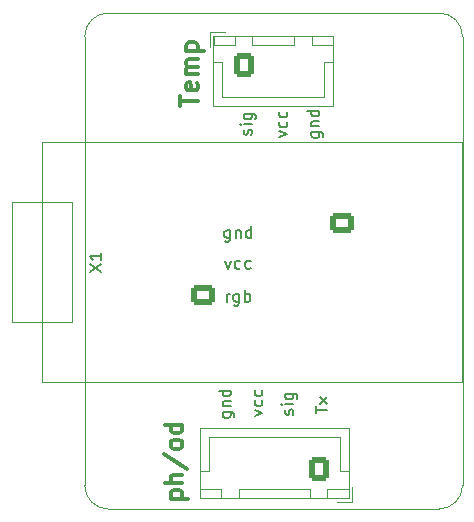
<source format=gto>
%TF.GenerationSoftware,KiCad,Pcbnew,6.0.1-79c1e3a40b~116~ubuntu20.04.1*%
%TF.CreationDate,2022-02-07T15:26:07-03:00*%
%TF.ProjectId,v_simple,765f7369-6d70-46c6-952e-6b696361645f,rev?*%
%TF.SameCoordinates,Original*%
%TF.FileFunction,Legend,Top*%
%TF.FilePolarity,Positive*%
%FSLAX46Y46*%
G04 Gerber Fmt 4.6, Leading zero omitted, Abs format (unit mm)*
G04 Created by KiCad (PCBNEW 6.0.1-79c1e3a40b~116~ubuntu20.04.1) date 2022-02-07 15:26:07*
%MOMM*%
%LPD*%
G01*
G04 APERTURE LIST*
G04 Aperture macros list*
%AMRoundRect*
0 Rectangle with rounded corners*
0 $1 Rounding radius*
0 $2 $3 $4 $5 $6 $7 $8 $9 X,Y pos of 4 corners*
0 Add a 4 corners polygon primitive as box body*
4,1,4,$2,$3,$4,$5,$6,$7,$8,$9,$2,$3,0*
0 Add four circle primitives for the rounded corners*
1,1,$1+$1,$2,$3*
1,1,$1+$1,$4,$5*
1,1,$1+$1,$6,$7*
1,1,$1+$1,$8,$9*
0 Add four rect primitives between the rounded corners*
20,1,$1+$1,$2,$3,$4,$5,0*
20,1,$1+$1,$4,$5,$6,$7,0*
20,1,$1+$1,$6,$7,$8,$9,0*
20,1,$1+$1,$8,$9,$2,$3,0*%
G04 Aperture macros list end*
%ADD10C,0.150000*%
%TA.AperFunction,Profile*%
%ADD11C,0.100000*%
%TD*%
%ADD12C,0.300000*%
%ADD13C,0.120000*%
%ADD14O,1.950000X1.700000*%
%ADD15RoundRect,0.250000X0.725000X-0.600000X0.725000X0.600000X-0.725000X0.600000X-0.725000X-0.600000X0*%
%ADD16RoundRect,0.250000X0.600000X0.725000X-0.600000X0.725000X-0.600000X-0.725000X0.600000X-0.725000X0*%
%ADD17O,1.700000X1.950000*%
%ADD18O,1.800000X2.400000*%
%ADD19RoundRect,0.250000X-0.600000X-0.725000X0.600000X-0.725000X0.600000X0.725000X-0.600000X0.725000X0*%
%ADD20RoundRect,0.250000X-0.725000X0.600000X-0.725000X-0.600000X0.725000X-0.600000X0.725000X0.600000X0*%
G04 APERTURE END LIST*
D10*
X103552380Y-91890476D02*
X103552380Y-91319047D01*
X104552380Y-91604761D02*
X103552380Y-91604761D01*
X104552380Y-91080952D02*
X103885714Y-90557142D01*
X103885714Y-91080952D02*
X104552380Y-90557142D01*
D11*
X86000000Y-58000000D02*
X114000000Y-58000000D01*
X114000000Y-100000000D02*
X86000000Y-100000000D01*
X116000000Y-60000000D02*
G75*
G03*
X114000000Y-58000000I-1999999J1D01*
G01*
X84000000Y-98000000D02*
X84000000Y-60000000D01*
X116000000Y-98000000D02*
X116000000Y-60000000D01*
X84000000Y-98000000D02*
G75*
G03*
X86000000Y-100000000I1999999J-1D01*
G01*
X114000000Y-100000000D02*
G75*
G03*
X116000000Y-98000000I1J1999999D01*
G01*
X86000000Y-58000000D02*
G75*
G03*
X84000000Y-60000000I-1J-1999999D01*
G01*
D10*
X96309523Y-76385714D02*
X96309523Y-77195238D01*
X96261904Y-77290476D01*
X96214285Y-77338095D01*
X96119047Y-77385714D01*
X95976190Y-77385714D01*
X95880952Y-77338095D01*
X96309523Y-77004761D02*
X96214285Y-77052380D01*
X96023809Y-77052380D01*
X95928571Y-77004761D01*
X95880952Y-76957142D01*
X95833333Y-76861904D01*
X95833333Y-76576190D01*
X95880952Y-76480952D01*
X95928571Y-76433333D01*
X96023809Y-76385714D01*
X96214285Y-76385714D01*
X96309523Y-76433333D01*
X96785714Y-76385714D02*
X96785714Y-77052380D01*
X96785714Y-76480952D02*
X96833333Y-76433333D01*
X96928571Y-76385714D01*
X97071428Y-76385714D01*
X97166666Y-76433333D01*
X97214285Y-76528571D01*
X97214285Y-77052380D01*
X98119047Y-77052380D02*
X98119047Y-76052380D01*
X98119047Y-77004761D02*
X98023809Y-77052380D01*
X97833333Y-77052380D01*
X97738095Y-77004761D01*
X97690476Y-76957142D01*
X97642857Y-76861904D01*
X97642857Y-76576190D01*
X97690476Y-76480952D01*
X97738095Y-76433333D01*
X97833333Y-76385714D01*
X98023809Y-76385714D01*
X98119047Y-76433333D01*
X101604761Y-92004761D02*
X101652380Y-91909523D01*
X101652380Y-91719047D01*
X101604761Y-91623809D01*
X101509523Y-91576190D01*
X101461904Y-91576190D01*
X101366666Y-91623809D01*
X101319047Y-91719047D01*
X101319047Y-91861904D01*
X101271428Y-91957142D01*
X101176190Y-92004761D01*
X101128571Y-92004761D01*
X101033333Y-91957142D01*
X100985714Y-91861904D01*
X100985714Y-91719047D01*
X101033333Y-91623809D01*
X101652380Y-91147619D02*
X100985714Y-91147619D01*
X100652380Y-91147619D02*
X100700000Y-91195238D01*
X100747619Y-91147619D01*
X100700000Y-91100000D01*
X100652380Y-91147619D01*
X100747619Y-91147619D01*
X100985714Y-90242857D02*
X101795238Y-90242857D01*
X101890476Y-90290476D01*
X101938095Y-90338095D01*
X101985714Y-90433333D01*
X101985714Y-90576190D01*
X101938095Y-90671428D01*
X101604761Y-90242857D02*
X101652380Y-90338095D01*
X101652380Y-90528571D01*
X101604761Y-90623809D01*
X101557142Y-90671428D01*
X101461904Y-90719047D01*
X101176190Y-90719047D01*
X101080952Y-90671428D01*
X101033333Y-90623809D01*
X100985714Y-90528571D01*
X100985714Y-90338095D01*
X101033333Y-90242857D01*
X96023809Y-82452380D02*
X96023809Y-81785714D01*
X96023809Y-81976190D02*
X96071428Y-81880952D01*
X96119047Y-81833333D01*
X96214285Y-81785714D01*
X96309523Y-81785714D01*
X97071428Y-81785714D02*
X97071428Y-82595238D01*
X97023809Y-82690476D01*
X96976190Y-82738095D01*
X96880952Y-82785714D01*
X96738095Y-82785714D01*
X96642857Y-82738095D01*
X97071428Y-82404761D02*
X96976190Y-82452380D01*
X96785714Y-82452380D01*
X96690476Y-82404761D01*
X96642857Y-82357142D01*
X96595238Y-82261904D01*
X96595238Y-81976190D01*
X96642857Y-81880952D01*
X96690476Y-81833333D01*
X96785714Y-81785714D01*
X96976190Y-81785714D01*
X97071428Y-81833333D01*
X97547619Y-82452380D02*
X97547619Y-81452380D01*
X97547619Y-81833333D02*
X97642857Y-81785714D01*
X97833333Y-81785714D01*
X97928571Y-81833333D01*
X97976190Y-81880952D01*
X98023809Y-81976190D01*
X98023809Y-82261904D01*
X97976190Y-82357142D01*
X97928571Y-82404761D01*
X97833333Y-82452380D01*
X97642857Y-82452380D01*
X97547619Y-82404761D01*
X98104761Y-68304761D02*
X98152380Y-68209523D01*
X98152380Y-68019047D01*
X98104761Y-67923809D01*
X98009523Y-67876190D01*
X97961904Y-67876190D01*
X97866666Y-67923809D01*
X97819047Y-68019047D01*
X97819047Y-68161904D01*
X97771428Y-68257142D01*
X97676190Y-68304761D01*
X97628571Y-68304761D01*
X97533333Y-68257142D01*
X97485714Y-68161904D01*
X97485714Y-68019047D01*
X97533333Y-67923809D01*
X98152380Y-67447619D02*
X97485714Y-67447619D01*
X97152380Y-67447619D02*
X97200000Y-67495238D01*
X97247619Y-67447619D01*
X97200000Y-67400000D01*
X97152380Y-67447619D01*
X97247619Y-67447619D01*
X97485714Y-66542857D02*
X98295238Y-66542857D01*
X98390476Y-66590476D01*
X98438095Y-66638095D01*
X98485714Y-66733333D01*
X98485714Y-66876190D01*
X98438095Y-66971428D01*
X98104761Y-66542857D02*
X98152380Y-66638095D01*
X98152380Y-66828571D01*
X98104761Y-66923809D01*
X98057142Y-66971428D01*
X97961904Y-67019047D01*
X97676190Y-67019047D01*
X97580952Y-66971428D01*
X97533333Y-66923809D01*
X97485714Y-66828571D01*
X97485714Y-66638095D01*
X97533333Y-66542857D01*
D12*
X92078571Y-65850000D02*
X92078571Y-64992857D01*
X93578571Y-65421428D02*
X92078571Y-65421428D01*
X93507142Y-63921428D02*
X93578571Y-64064285D01*
X93578571Y-64350000D01*
X93507142Y-64492857D01*
X93364285Y-64564285D01*
X92792857Y-64564285D01*
X92650000Y-64492857D01*
X92578571Y-64350000D01*
X92578571Y-64064285D01*
X92650000Y-63921428D01*
X92792857Y-63850000D01*
X92935714Y-63850000D01*
X93078571Y-64564285D01*
X93578571Y-63207142D02*
X92578571Y-63207142D01*
X92721428Y-63207142D02*
X92650000Y-63135714D01*
X92578571Y-62992857D01*
X92578571Y-62778571D01*
X92650000Y-62635714D01*
X92792857Y-62564285D01*
X93578571Y-62564285D01*
X92792857Y-62564285D02*
X92650000Y-62492857D01*
X92578571Y-62350000D01*
X92578571Y-62135714D01*
X92650000Y-61992857D01*
X92792857Y-61921428D01*
X93578571Y-61921428D01*
X92578571Y-61207142D02*
X94078571Y-61207142D01*
X92650000Y-61207142D02*
X92578571Y-61064285D01*
X92578571Y-60778571D01*
X92650000Y-60635714D01*
X92721428Y-60564285D01*
X92864285Y-60492857D01*
X93292857Y-60492857D01*
X93435714Y-60564285D01*
X93507142Y-60635714D01*
X93578571Y-60778571D01*
X93578571Y-61064285D01*
X93507142Y-61207142D01*
D10*
X95904761Y-78985714D02*
X96142857Y-79652380D01*
X96380952Y-78985714D01*
X97190476Y-79604761D02*
X97095238Y-79652380D01*
X96904761Y-79652380D01*
X96809523Y-79604761D01*
X96761904Y-79557142D01*
X96714285Y-79461904D01*
X96714285Y-79176190D01*
X96761904Y-79080952D01*
X96809523Y-79033333D01*
X96904761Y-78985714D01*
X97095238Y-78985714D01*
X97190476Y-79033333D01*
X98047619Y-79604761D02*
X97952380Y-79652380D01*
X97761904Y-79652380D01*
X97666666Y-79604761D01*
X97619047Y-79557142D01*
X97571428Y-79461904D01*
X97571428Y-79176190D01*
X97619047Y-79080952D01*
X97666666Y-79033333D01*
X97761904Y-78985714D01*
X97952380Y-78985714D01*
X98047619Y-79033333D01*
X98385714Y-92095238D02*
X99052380Y-91857142D01*
X98385714Y-91619047D01*
X99004761Y-90809523D02*
X99052380Y-90904761D01*
X99052380Y-91095238D01*
X99004761Y-91190476D01*
X98957142Y-91238095D01*
X98861904Y-91285714D01*
X98576190Y-91285714D01*
X98480952Y-91238095D01*
X98433333Y-91190476D01*
X98385714Y-91095238D01*
X98385714Y-90904761D01*
X98433333Y-90809523D01*
X99004761Y-89952380D02*
X99052380Y-90047619D01*
X99052380Y-90238095D01*
X99004761Y-90333333D01*
X98957142Y-90380952D01*
X98861904Y-90428571D01*
X98576190Y-90428571D01*
X98480952Y-90380952D01*
X98433333Y-90333333D01*
X98385714Y-90238095D01*
X98385714Y-90047619D01*
X98433333Y-89952380D01*
X100485714Y-68495238D02*
X101152380Y-68257142D01*
X100485714Y-68019047D01*
X101104761Y-67209523D02*
X101152380Y-67304761D01*
X101152380Y-67495238D01*
X101104761Y-67590476D01*
X101057142Y-67638095D01*
X100961904Y-67685714D01*
X100676190Y-67685714D01*
X100580952Y-67638095D01*
X100533333Y-67590476D01*
X100485714Y-67495238D01*
X100485714Y-67304761D01*
X100533333Y-67209523D01*
X101104761Y-66352380D02*
X101152380Y-66447619D01*
X101152380Y-66638095D01*
X101104761Y-66733333D01*
X101057142Y-66780952D01*
X100961904Y-66828571D01*
X100676190Y-66828571D01*
X100580952Y-66780952D01*
X100533333Y-66733333D01*
X100485714Y-66638095D01*
X100485714Y-66447619D01*
X100533333Y-66352380D01*
D12*
X91278571Y-99142857D02*
X92778571Y-99142857D01*
X91350000Y-99142857D02*
X91278571Y-99000000D01*
X91278571Y-98714285D01*
X91350000Y-98571428D01*
X91421428Y-98500000D01*
X91564285Y-98428571D01*
X91992857Y-98428571D01*
X92135714Y-98500000D01*
X92207142Y-98571428D01*
X92278571Y-98714285D01*
X92278571Y-99000000D01*
X92207142Y-99142857D01*
X92278571Y-97785714D02*
X90778571Y-97785714D01*
X92278571Y-97142857D02*
X91492857Y-97142857D01*
X91350000Y-97214285D01*
X91278571Y-97357142D01*
X91278571Y-97571428D01*
X91350000Y-97714285D01*
X91421428Y-97785714D01*
X90707142Y-95357142D02*
X92635714Y-96642857D01*
X92278571Y-94642857D02*
X92207142Y-94785714D01*
X92135714Y-94857142D01*
X91992857Y-94928571D01*
X91564285Y-94928571D01*
X91421428Y-94857142D01*
X91350000Y-94785714D01*
X91278571Y-94642857D01*
X91278571Y-94428571D01*
X91350000Y-94285714D01*
X91421428Y-94214285D01*
X91564285Y-94142857D01*
X91992857Y-94142857D01*
X92135714Y-94214285D01*
X92207142Y-94285714D01*
X92278571Y-94428571D01*
X92278571Y-94642857D01*
X92278571Y-92857142D02*
X90778571Y-92857142D01*
X92207142Y-92857142D02*
X92278571Y-93000000D01*
X92278571Y-93285714D01*
X92207142Y-93428571D01*
X92135714Y-93500000D01*
X91992857Y-93571428D01*
X91564285Y-93571428D01*
X91421428Y-93500000D01*
X91350000Y-93428571D01*
X91278571Y-93285714D01*
X91278571Y-93000000D01*
X91350000Y-92857142D01*
D10*
X95685714Y-91790476D02*
X96495238Y-91790476D01*
X96590476Y-91838095D01*
X96638095Y-91885714D01*
X96685714Y-91980952D01*
X96685714Y-92123809D01*
X96638095Y-92219047D01*
X96304761Y-91790476D02*
X96352380Y-91885714D01*
X96352380Y-92076190D01*
X96304761Y-92171428D01*
X96257142Y-92219047D01*
X96161904Y-92266666D01*
X95876190Y-92266666D01*
X95780952Y-92219047D01*
X95733333Y-92171428D01*
X95685714Y-92076190D01*
X95685714Y-91885714D01*
X95733333Y-91790476D01*
X95685714Y-91314285D02*
X96352380Y-91314285D01*
X95780952Y-91314285D02*
X95733333Y-91266666D01*
X95685714Y-91171428D01*
X95685714Y-91028571D01*
X95733333Y-90933333D01*
X95828571Y-90885714D01*
X96352380Y-90885714D01*
X96352380Y-89980952D02*
X95352380Y-89980952D01*
X96304761Y-89980952D02*
X96352380Y-90076190D01*
X96352380Y-90266666D01*
X96304761Y-90361904D01*
X96257142Y-90409523D01*
X96161904Y-90457142D01*
X95876190Y-90457142D01*
X95780952Y-90409523D01*
X95733333Y-90361904D01*
X95685714Y-90266666D01*
X95685714Y-90076190D01*
X95733333Y-89980952D01*
X103185714Y-68090476D02*
X103995238Y-68090476D01*
X104090476Y-68138095D01*
X104138095Y-68185714D01*
X104185714Y-68280952D01*
X104185714Y-68423809D01*
X104138095Y-68519047D01*
X103804761Y-68090476D02*
X103852380Y-68185714D01*
X103852380Y-68376190D01*
X103804761Y-68471428D01*
X103757142Y-68519047D01*
X103661904Y-68566666D01*
X103376190Y-68566666D01*
X103280952Y-68519047D01*
X103233333Y-68471428D01*
X103185714Y-68376190D01*
X103185714Y-68185714D01*
X103233333Y-68090476D01*
X103185714Y-67614285D02*
X103852380Y-67614285D01*
X103280952Y-67614285D02*
X103233333Y-67566666D01*
X103185714Y-67471428D01*
X103185714Y-67328571D01*
X103233333Y-67233333D01*
X103328571Y-67185714D01*
X103852380Y-67185714D01*
X103852380Y-66280952D02*
X102852380Y-66280952D01*
X103804761Y-66280952D02*
X103852380Y-66376190D01*
X103852380Y-66566666D01*
X103804761Y-66661904D01*
X103757142Y-66709523D01*
X103661904Y-66757142D01*
X103376190Y-66757142D01*
X103280952Y-66709523D01*
X103233333Y-66661904D01*
X103185714Y-66566666D01*
X103185714Y-66376190D01*
X103233333Y-66280952D01*
X84422380Y-79909523D02*
X85422380Y-79242857D01*
X84422380Y-79242857D02*
X85422380Y-79909523D01*
X85422380Y-78338095D02*
X85422380Y-78909523D01*
X85422380Y-78623809D02*
X84422380Y-78623809D01*
X84565238Y-78719047D01*
X84660476Y-78814285D01*
X84708095Y-78909523D01*
D13*
X106360000Y-99085000D02*
X106360000Y-93115000D01*
X106360000Y-93115000D02*
X93740000Y-93115000D01*
X93740000Y-93115000D02*
X93740000Y-99085000D01*
X93740000Y-99085000D02*
X106360000Y-99085000D01*
X103050000Y-99075000D02*
X103050000Y-98325000D01*
X103050000Y-98325000D02*
X97050000Y-98325000D01*
X97050000Y-98325000D02*
X97050000Y-99075000D01*
X97050000Y-99075000D02*
X103050000Y-99075000D01*
X106350000Y-99075000D02*
X106350000Y-98325000D01*
X106350000Y-98325000D02*
X104550000Y-98325000D01*
X104550000Y-98325000D02*
X104550000Y-99075000D01*
X104550000Y-99075000D02*
X106350000Y-99075000D01*
X95550000Y-99075000D02*
X95550000Y-98325000D01*
X95550000Y-98325000D02*
X93750000Y-98325000D01*
X93750000Y-98325000D02*
X93750000Y-99075000D01*
X93750000Y-99075000D02*
X95550000Y-99075000D01*
X106350000Y-96825000D02*
X105600000Y-96825000D01*
X105600000Y-96825000D02*
X105600000Y-93875000D01*
X105600000Y-93875000D02*
X100050000Y-93875000D01*
X93750000Y-96825000D02*
X94500000Y-96825000D01*
X94500000Y-96825000D02*
X94500000Y-93875000D01*
X94500000Y-93875000D02*
X100050000Y-93875000D01*
X105400000Y-99375000D02*
X106650000Y-99375000D01*
X106650000Y-99375000D02*
X106650000Y-98125000D01*
X115950000Y-89260000D02*
X115950000Y-68940000D01*
X80390000Y-68940000D02*
X80390000Y-89260000D01*
X115950000Y-68940000D02*
X80390000Y-68940000D01*
X80390000Y-89260000D02*
X115950000Y-89260000D01*
X80390000Y-81640000D02*
X80390000Y-81640000D01*
X80390000Y-81640000D02*
X80390000Y-76560000D01*
X80390000Y-76560000D02*
X80390000Y-76560000D01*
X80390000Y-76560000D02*
X80390000Y-81640000D01*
X77850000Y-84180000D02*
X82930000Y-84180000D01*
X82930000Y-84180000D02*
X82930000Y-74020000D01*
X82930000Y-74020000D02*
X77850000Y-74020000D01*
X77850000Y-74020000D02*
X77850000Y-84180000D01*
X103210000Y-60675000D02*
X105010000Y-60675000D01*
X103210000Y-59925000D02*
X103210000Y-60675000D01*
X95660000Y-65125000D02*
X99960000Y-65125000D01*
X105020000Y-59915000D02*
X94900000Y-59915000D01*
X105010000Y-62175000D02*
X104260000Y-62175000D01*
X95860000Y-59625000D02*
X94610000Y-59625000D01*
X96710000Y-59925000D02*
X94910000Y-59925000D01*
X94900000Y-59915000D02*
X94900000Y-65885000D01*
X105020000Y-65885000D02*
X105020000Y-59915000D01*
X104260000Y-62175000D02*
X104260000Y-65125000D01*
X105010000Y-59925000D02*
X103210000Y-59925000D01*
X94610000Y-59625000D02*
X94610000Y-60875000D01*
X98210000Y-60675000D02*
X101710000Y-60675000D01*
X94910000Y-60675000D02*
X96710000Y-60675000D01*
X94910000Y-59925000D02*
X94910000Y-60675000D01*
X101710000Y-59925000D02*
X98210000Y-59925000D01*
X104260000Y-65125000D02*
X99960000Y-65125000D01*
X95660000Y-62175000D02*
X95660000Y-65125000D01*
X98210000Y-59925000D02*
X98210000Y-60675000D01*
X96710000Y-60675000D02*
X96710000Y-59925000D01*
X94900000Y-65885000D02*
X105020000Y-65885000D01*
X105010000Y-60675000D02*
X105010000Y-59925000D01*
X94910000Y-62175000D02*
X95660000Y-62175000D01*
X101710000Y-60675000D02*
X101710000Y-59925000D01*
%LPC*%
D14*
X94050000Y-76900000D03*
X94050000Y-79400000D03*
D15*
X94050000Y-81900000D03*
D16*
X103800000Y-96625000D03*
D17*
X101300000Y-96625000D03*
X98800000Y-96625000D03*
X96300000Y-96625000D03*
D18*
X85470000Y-86720000D03*
X88010000Y-86720000D03*
X90550000Y-86720000D03*
X93090000Y-86720000D03*
X95630000Y-86720000D03*
X98170000Y-86720000D03*
X100710000Y-86720000D03*
X103250000Y-86720000D03*
X105790000Y-86720000D03*
X108330000Y-86720000D03*
X110870000Y-86720000D03*
X113410000Y-86720000D03*
X113410000Y-71480000D03*
X110870000Y-71480000D03*
X108330000Y-71480000D03*
X105790000Y-71480000D03*
X103250000Y-71480000D03*
X100710000Y-71480000D03*
X98170000Y-71480000D03*
X95630000Y-71480000D03*
X93090000Y-71480000D03*
X90550000Y-71480000D03*
X88010000Y-71480000D03*
X85470000Y-71480000D03*
D19*
X97460000Y-62375000D03*
D17*
X99960000Y-62375000D03*
X102460000Y-62375000D03*
D20*
X105750000Y-75750000D03*
D14*
X105750000Y-78250000D03*
X105750000Y-80750000D03*
X105750000Y-83250000D03*
M02*

</source>
